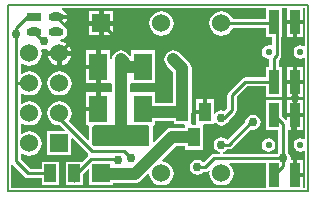
<source format=gtl>
G04 Layer_Physical_Order=1*
G04 Layer_Color=255*
%FSLAX25Y25*%
%MOIN*%
G70*
G01*
G75*
%ADD10R,0.06000X0.09000*%
%ADD11R,0.03937X0.06299*%
%ADD12O,0.05000X0.03000*%
%ADD13R,0.05000X0.03000*%
%ADD14R,0.03200X0.08000*%
%ADD15R,0.03937X0.05906*%
%ADD16C,0.01000*%
%ADD17C,0.04000*%
%ADD18C,0.00600*%
%ADD19R,0.06000X0.06000*%
%ADD20C,0.06000*%
%ADD21R,0.06000X0.06000*%
%ADD22C,0.02200*%
%ADD23C,0.03000*%
G36*
X47000Y21500D02*
Y15500D01*
X46500Y15000D01*
X28500D01*
X28000Y15500D01*
Y21500D01*
X28500Y22000D01*
X46500D01*
X47000Y21500D01*
D02*
G37*
G36*
X55032Y22350D02*
X58373D01*
X58832Y22250D01*
Y21126D01*
X54464D01*
X54464Y21126D01*
X53681Y21023D01*
X52951Y20720D01*
X52324Y20240D01*
X48482Y16397D01*
X48020Y16588D01*
Y21500D01*
X48424Y22000D01*
X49000D01*
Y23474D01*
X55032D01*
Y22350D01*
D02*
G37*
G36*
X99000Y48671D02*
X98500Y48404D01*
X98178Y48619D01*
X97300Y48794D01*
X96422Y48619D01*
X95678Y48122D01*
X95181Y47378D01*
X95006Y46500D01*
X95181Y45622D01*
X95678Y44878D01*
X96422Y44381D01*
X97300Y44206D01*
X98178Y44381D01*
X98500Y44596D01*
X99000Y44328D01*
Y17672D01*
X98500Y17404D01*
X98178Y17619D01*
X97300Y17794D01*
X96422Y17619D01*
X95678Y17122D01*
X95181Y16378D01*
X95006Y15500D01*
X95181Y14622D01*
X95678Y13878D01*
X96422Y13381D01*
X97300Y13206D01*
X98178Y13381D01*
X98500Y13596D01*
X99000Y13329D01*
Y1000D01*
X98100D01*
Y4750D01*
X95500D01*
Y5500D01*
X94750D01*
Y10500D01*
X94344D01*
X94026Y10887D01*
X94049Y11000D01*
X93855Y11975D01*
X93302Y12802D01*
X93029Y12985D01*
Y20500D01*
X94750D01*
Y24750D01*
X92900D01*
Y23970D01*
X92400Y23763D01*
X91100Y25063D01*
Y30500D01*
X85900D01*
Y20500D01*
X89971D01*
Y12985D01*
X89698Y12802D01*
X89515Y12529D01*
X71443D01*
X71394Y13029D01*
X71975Y13145D01*
X72802Y13698D01*
X72985Y13971D01*
X73500D01*
X74085Y14087D01*
X74581Y14419D01*
X80761Y20598D01*
X81500Y20451D01*
X82476Y20645D01*
X83302Y21198D01*
X83855Y22025D01*
X84049Y23000D01*
X83855Y23976D01*
X83302Y24802D01*
X82476Y25355D01*
X81500Y25549D01*
X80524Y25355D01*
X79698Y24802D01*
X79145Y23976D01*
X78979Y23142D01*
X73109Y17272D01*
X72802Y17302D01*
X71975Y17855D01*
X71000Y18049D01*
X70025Y17855D01*
X69198Y17302D01*
X68645Y16476D01*
X68451Y15500D01*
X68645Y14525D01*
X69198Y13698D01*
X70025Y13145D01*
X70606Y13029D01*
X70557Y12529D01*
X68500D01*
X67915Y12413D01*
X67419Y12081D01*
X65109Y9772D01*
X64802Y9802D01*
X63976Y10355D01*
X63000Y10549D01*
X62024Y10355D01*
X61198Y9802D01*
X60645Y8975D01*
X60451Y8000D01*
X60645Y7025D01*
X61198Y6198D01*
X62024Y5645D01*
X63000Y5451D01*
X63976Y5645D01*
X64802Y6198D01*
X64985Y6471D01*
X65500D01*
X66085Y6587D01*
X66581Y6919D01*
X66582Y6919D01*
X67056Y6686D01*
X66966Y6000D01*
X67103Y4956D01*
X67506Y3983D01*
X68147Y3147D01*
X68983Y2506D01*
X69956Y2103D01*
X71000Y1966D01*
X72044Y2103D01*
X73017Y2506D01*
X73853Y3147D01*
X74494Y3983D01*
X74897Y4956D01*
X75034Y6000D01*
X74897Y7044D01*
X74494Y8017D01*
X73853Y8853D01*
X73665Y8997D01*
X73826Y9471D01*
X85900D01*
Y1000D01*
X1000D01*
Y8645D01*
X1182Y8764D01*
X1500Y8837D01*
X5418Y4919D01*
X5915Y4587D01*
X6500Y4471D01*
X11032D01*
Y2047D01*
X16969D01*
Y9953D01*
X11032D01*
Y7529D01*
X7134D01*
X4029Y10633D01*
Y12607D01*
X4529Y12854D01*
X4983Y12506D01*
X5956Y12103D01*
X7000Y11965D01*
X8044Y12103D01*
X9017Y12506D01*
X9853Y13147D01*
X10494Y13983D01*
X10897Y14956D01*
X11034Y16000D01*
X10897Y17044D01*
X10494Y18017D01*
X9853Y18853D01*
X9017Y19494D01*
X8044Y19897D01*
X7000Y20034D01*
X5956Y19897D01*
X4983Y19494D01*
X4529Y19146D01*
X4029Y19393D01*
Y22607D01*
X4529Y22854D01*
X4983Y22506D01*
X5956Y22103D01*
X7000Y21966D01*
X8044Y22103D01*
X9017Y22506D01*
X9853Y23147D01*
X10494Y23983D01*
X10897Y24956D01*
X11034Y26000D01*
X10897Y27044D01*
X10494Y28017D01*
X9853Y28853D01*
X9017Y29494D01*
X8044Y29897D01*
X7000Y30035D01*
X5956Y29897D01*
X4983Y29494D01*
X4529Y29146D01*
X4029Y29393D01*
Y32607D01*
X4529Y32854D01*
X4983Y32506D01*
X5956Y32103D01*
X7000Y31966D01*
X8044Y32103D01*
X9017Y32506D01*
X9853Y33147D01*
X10494Y33983D01*
X10897Y34956D01*
X11034Y36000D01*
X10897Y37044D01*
X10494Y38017D01*
X9853Y38853D01*
X9017Y39494D01*
X8044Y39897D01*
X7000Y40034D01*
X5956Y39897D01*
X4983Y39494D01*
X4529Y39146D01*
X4029Y39393D01*
Y42607D01*
X4529Y42854D01*
X4983Y42506D01*
X5956Y42103D01*
X7000Y41965D01*
X8044Y42103D01*
X9017Y42506D01*
X9853Y43147D01*
X10494Y43983D01*
X10897Y44956D01*
X11034Y46000D01*
X10897Y47044D01*
X10822Y47225D01*
X11204Y47609D01*
X12000Y47451D01*
X12796Y47609D01*
X13178Y47225D01*
X13103Y47044D01*
X13064Y46750D01*
X17000D01*
X20936D01*
X20897Y47044D01*
X20494Y48017D01*
X19853Y48853D01*
X19017Y49494D01*
X18044Y49897D01*
X17282Y49997D01*
X17266Y50504D01*
X17976Y50645D01*
X18802Y51198D01*
X19355Y52025D01*
X19549Y53000D01*
X19355Y53975D01*
X18802Y54802D01*
X18099Y55272D01*
X18069Y55389D01*
Y55711D01*
X18099Y55828D01*
X18802Y56298D01*
X19355Y57125D01*
X19400Y57350D01*
X16000D01*
Y58850D01*
X19400D01*
X19355Y59075D01*
X18802Y59902D01*
X17976Y60455D01*
X17749Y60500D01*
X17798Y61000D01*
X85900D01*
Y57529D01*
X74696D01*
X74494Y58017D01*
X73853Y58853D01*
X73017Y59494D01*
X72044Y59897D01*
X71000Y60035D01*
X69956Y59897D01*
X68983Y59494D01*
X68147Y58853D01*
X67506Y58017D01*
X67103Y57044D01*
X66966Y56000D01*
X67103Y54956D01*
X67506Y53983D01*
X68147Y53147D01*
X68983Y52506D01*
X69956Y52103D01*
X71000Y51965D01*
X72044Y52103D01*
X73017Y52506D01*
X73853Y53147D01*
X74494Y53983D01*
X74696Y54471D01*
X85900D01*
Y51500D01*
X87921D01*
Y48946D01*
X87421Y48651D01*
X86700Y48794D01*
X85822Y48619D01*
X85078Y48122D01*
X84581Y47378D01*
X84406Y46500D01*
X84581Y45622D01*
X85078Y44878D01*
X85822Y44381D01*
X86700Y44206D01*
X86971Y43984D01*
Y41500D01*
X85900D01*
Y38029D01*
X79000D01*
X78415Y37913D01*
X77919Y37581D01*
X73419Y33081D01*
X73087Y32585D01*
X72971Y32000D01*
Y27634D01*
X72105Y26768D01*
X71975Y26855D01*
X71000Y27049D01*
X70025Y26855D01*
X69198Y26302D01*
X68968Y25960D01*
X68468Y26111D01*
Y30650D01*
X66250D01*
Y26500D01*
X65500D01*
Y25750D01*
X62532D01*
Y22750D01*
X62532Y22350D01*
X62073Y22250D01*
X61427D01*
X60969Y22350D01*
Y26064D01*
X61026Y26500D01*
Y41000D01*
X60923Y41783D01*
X60620Y42513D01*
X60140Y43140D01*
X57140Y46140D01*
X56513Y46621D01*
X55783Y46923D01*
X55000Y47026D01*
X54217Y46923D01*
X53487Y46621D01*
X52860Y46140D01*
X52380Y45513D01*
X52077Y44783D01*
X51974Y44000D01*
X52077Y43217D01*
X52380Y42487D01*
X52860Y41860D01*
X54974Y39747D01*
Y29526D01*
X49000D01*
Y33000D01*
X41000D01*
Y33000D01*
X40526Y33062D01*
Y35938D01*
X41000Y36000D01*
Y36000D01*
X49000D01*
Y47000D01*
X41000D01*
Y45432D01*
X40538Y45241D01*
X39640Y46140D01*
X39013Y46621D01*
X38283Y46923D01*
X37500Y47026D01*
X36717Y46923D01*
X35987Y46621D01*
X35360Y46140D01*
X34879Y45513D01*
X34577Y44783D01*
X34500Y44197D01*
X34000Y44229D01*
Y47000D01*
X30750D01*
Y41500D01*
Y36000D01*
X33974D01*
X34000Y36000D01*
X34474Y35938D01*
Y33062D01*
X34000Y33000D01*
Y33000D01*
X30750D01*
Y27500D01*
X30000D01*
Y26750D01*
X26000D01*
Y22000D01*
X26576D01*
X26980Y21500D01*
Y17214D01*
X26518Y17023D01*
X20088Y23454D01*
X20494Y23983D01*
X20897Y24956D01*
X21035Y26000D01*
X20897Y27044D01*
X20494Y28017D01*
X19853Y28853D01*
X19017Y29494D01*
X18044Y29897D01*
X17000Y30035D01*
X15956Y29897D01*
X14983Y29494D01*
X14147Y28853D01*
X13506Y28017D01*
X13103Y27044D01*
X12966Y26000D01*
X13103Y24956D01*
X13506Y23983D01*
X14147Y23147D01*
X14983Y22506D01*
X15956Y22103D01*
X17000Y21966D01*
X17221Y21995D01*
X18754Y20462D01*
X18563Y20000D01*
X13000D01*
Y12000D01*
X21000D01*
Y17562D01*
X21462Y17754D01*
X26679Y12537D01*
X26615Y11893D01*
X26597Y11881D01*
X24668Y9953D01*
X19031D01*
Y2047D01*
X24969D01*
Y5927D01*
X26538Y7497D01*
X27000Y7305D01*
Y2000D01*
X35000D01*
Y2774D01*
X42164D01*
X42947Y2877D01*
X43677Y3179D01*
X44304Y3660D01*
X46482Y5839D01*
X47010Y5660D01*
X47103Y4956D01*
X47506Y3983D01*
X48147Y3147D01*
X48983Y2506D01*
X49956Y2103D01*
X51000Y1966D01*
X52044Y2103D01*
X53017Y2506D01*
X53853Y3147D01*
X54494Y3983D01*
X54897Y4956D01*
X55035Y6000D01*
X54897Y7044D01*
X54494Y8017D01*
X53853Y8853D01*
X53017Y9494D01*
X52044Y9897D01*
X51340Y9990D01*
X51161Y10518D01*
X55717Y15074D01*
X58832D01*
Y13950D01*
X64768D01*
Y17664D01*
X64826Y18100D01*
X64768Y18536D01*
X64768Y22250D01*
X65227Y22350D01*
X68468D01*
Y22889D01*
X68968Y23041D01*
X69198Y22698D01*
X70025Y22145D01*
X71000Y21951D01*
X71975Y22145D01*
X72802Y22698D01*
X73355Y23525D01*
X73397Y23734D01*
X75581Y25919D01*
X75913Y26415D01*
X76029Y27000D01*
Y31367D01*
X79633Y34971D01*
X85900D01*
Y31500D01*
X91100D01*
Y41500D01*
X90029D01*
Y43777D01*
X90531Y44280D01*
X90863Y44776D01*
X90979Y45361D01*
Y51500D01*
X91100D01*
Y61000D01*
X92900D01*
Y57250D01*
X95500D01*
X98100D01*
Y61000D01*
X99000D01*
Y48671D01*
D02*
G37*
%LPC*%
G36*
X29250Y33000D02*
X26000D01*
Y28250D01*
X29250D01*
Y33000D01*
D02*
G37*
G36*
X64750Y30650D02*
X62532D01*
Y27250D01*
X64750D01*
Y30650D01*
D02*
G37*
G36*
X98100Y35750D02*
X96250D01*
Y31500D01*
X98100D01*
Y35750D01*
D02*
G37*
G36*
X17000Y40034D02*
X15956Y39897D01*
X14983Y39494D01*
X14147Y38853D01*
X13506Y38017D01*
X13103Y37044D01*
X12966Y36000D01*
X13103Y34956D01*
X13506Y33983D01*
X14147Y33147D01*
X14983Y32506D01*
X15956Y32103D01*
X17000Y31966D01*
X18044Y32103D01*
X19017Y32506D01*
X19853Y33147D01*
X20494Y33983D01*
X20897Y34956D01*
X21035Y36000D01*
X20897Y37044D01*
X20494Y38017D01*
X19853Y38853D01*
X19017Y39494D01*
X18044Y39897D01*
X17000Y40034D01*
D02*
G37*
G36*
X94750Y35750D02*
X92900D01*
Y31500D01*
X94750D01*
Y35750D01*
D02*
G37*
G36*
X86700Y17794D02*
X85822Y17619D01*
X85078Y17122D01*
X84581Y16378D01*
X84406Y15500D01*
X84581Y14622D01*
X85078Y13878D01*
X85822Y13381D01*
X86700Y13206D01*
X87578Y13381D01*
X88322Y13878D01*
X88819Y14622D01*
X88994Y15500D01*
X88819Y16378D01*
X88322Y17122D01*
X87578Y17619D01*
X86700Y17794D01*
D02*
G37*
G36*
X98100Y10500D02*
X96250D01*
Y6250D01*
X98100D01*
Y10500D01*
D02*
G37*
G36*
Y24750D02*
X96250D01*
Y20500D01*
X98100D01*
Y24750D01*
D02*
G37*
G36*
Y30500D02*
X96250D01*
Y26250D01*
X98100D01*
Y30500D01*
D02*
G37*
G36*
X94750D02*
X92900D01*
Y26250D01*
X94750D01*
Y30500D01*
D02*
G37*
G36*
X29250Y40750D02*
X26000D01*
Y36000D01*
X29250D01*
Y40750D01*
D02*
G37*
G36*
X30250Y55250D02*
X27000D01*
Y52000D01*
X30250D01*
Y55250D01*
D02*
G37*
G36*
X51000Y60035D02*
X49956Y59897D01*
X48983Y59494D01*
X48147Y58853D01*
X47506Y58017D01*
X47103Y57044D01*
X46966Y56000D01*
X47103Y54956D01*
X47506Y53983D01*
X48147Y53147D01*
X48983Y52506D01*
X49956Y52103D01*
X51000Y51965D01*
X52044Y52103D01*
X53017Y52506D01*
X53853Y53147D01*
X54494Y53983D01*
X54897Y54956D01*
X55035Y56000D01*
X54897Y57044D01*
X54494Y58017D01*
X53853Y58853D01*
X53017Y59494D01*
X52044Y59897D01*
X51000Y60035D01*
D02*
G37*
G36*
X98100Y55750D02*
X96250D01*
Y51500D01*
X98100D01*
Y55750D01*
D02*
G37*
G36*
X35000Y60000D02*
X31750D01*
Y56750D01*
X35000D01*
Y60000D01*
D02*
G37*
G36*
X30250D02*
X27000D01*
Y56750D01*
X30250D01*
Y60000D01*
D02*
G37*
G36*
X35000Y55250D02*
X31750D01*
Y52000D01*
X35000D01*
Y55250D01*
D02*
G37*
G36*
X16250Y45250D02*
X13064D01*
X13103Y44956D01*
X13506Y43983D01*
X14147Y43147D01*
X14983Y42506D01*
X15956Y42103D01*
X16250Y42064D01*
Y45250D01*
D02*
G37*
G36*
X98100Y41500D02*
X96250D01*
Y37250D01*
X98100D01*
Y41500D01*
D02*
G37*
G36*
X94750D02*
X92900D01*
Y37250D01*
X94750D01*
Y41500D01*
D02*
G37*
G36*
Y55750D02*
X92900D01*
Y51500D01*
X94750D01*
Y55750D01*
D02*
G37*
G36*
X29250Y47000D02*
X26000D01*
Y42250D01*
X29250D01*
Y47000D01*
D02*
G37*
G36*
X20936Y45250D02*
X17750D01*
Y42064D01*
X18044Y42103D01*
X19017Y42506D01*
X19853Y43147D01*
X20494Y43983D01*
X20897Y44956D01*
X20936Y45250D01*
D02*
G37*
%LPD*%
D10*
X45000Y41500D02*
D03*
X30000D02*
D03*
Y27500D02*
D03*
X45000D02*
D03*
D11*
X58000Y26500D02*
D03*
X65500D02*
D03*
X61800Y18100D02*
D03*
D12*
X16000Y58100D02*
D03*
Y53000D02*
D03*
X8500D02*
D03*
D13*
Y58100D02*
D03*
D14*
X95500Y56500D02*
D03*
X88500D02*
D03*
X95500Y36500D02*
D03*
X88500D02*
D03*
X95500Y25500D02*
D03*
X88500D02*
D03*
X95500Y5500D02*
D03*
X88500D02*
D03*
D15*
X22000Y6000D02*
D03*
X14000D02*
D03*
D16*
X17000Y24379D02*
X27879Y13500D01*
X27679Y10800D02*
X36200D01*
X38500Y13500D02*
X41000Y11000D01*
X27879Y13500D02*
X38500D01*
X36200Y10800D02*
X36500Y10500D01*
X94550Y25500D02*
X95025Y25025D01*
X95300Y23500D02*
Y25500D01*
X94550Y14361D02*
Y25500D01*
X71000Y15500D02*
X73500D01*
X89450Y45361D02*
Y56500D01*
X71000Y24500D02*
X72000D01*
X74500Y27000D01*
X29000Y44500D02*
X29500D01*
X30000Y44000D01*
X95500Y31000D02*
Y36500D01*
Y25500D02*
Y31000D01*
X95300Y23500D02*
X95500Y23300D01*
Y25500D01*
Y5500D02*
Y13411D01*
X79000Y36500D02*
X88500D01*
X71000Y56000D02*
X88000D01*
X88500Y44411D02*
X89450Y45361D01*
X88000Y56000D02*
X88500Y56500D01*
X89450D01*
X91500Y11000D02*
Y22500D01*
X88500Y25500D02*
X91500Y22500D01*
X81000Y23000D02*
X81500D01*
X22879Y6000D02*
X27679Y10800D01*
X65500Y8000D02*
X68500Y11000D01*
X63000Y8000D02*
X65500D01*
X6100Y58100D02*
X8357D01*
X2500Y54500D02*
X6100Y58100D01*
X2500Y52500D02*
Y54500D01*
Y36000D02*
Y52500D01*
X68500Y11000D02*
X91500D01*
X88500Y36500D02*
Y44411D01*
X94550Y14361D02*
X95500Y13411D01*
X22000Y6000D02*
X22879D01*
X16000Y58100D02*
X16143D01*
X21000Y53243D01*
Y50000D02*
Y53243D01*
X8500Y53000D02*
X11500Y50000D01*
X12000D01*
X2500Y10000D02*
Y36000D01*
X7000D01*
X88500Y5500D02*
X91500Y8500D01*
Y11000D01*
X74500Y32000D02*
X79000Y36500D01*
X22000Y3600D02*
Y6000D01*
X2500Y10000D02*
X6500Y6000D01*
X14000D01*
X95500Y51050D02*
Y56500D01*
X94550Y45361D02*
Y50100D01*
X95500Y51050D01*
X94000Y44000D02*
X95500Y42500D01*
Y36500D02*
Y42500D01*
X73500Y15500D02*
X81000Y23000D01*
X74500Y27000D02*
Y32000D01*
X31000Y56000D02*
X37500Y49500D01*
X72500D02*
X82000Y40000D01*
X37500Y49500D02*
X72500D01*
X17000Y24379D02*
Y26000D01*
Y46000D02*
X21000Y50000D01*
D17*
X37500Y19795D02*
Y44000D01*
X40000Y41500D01*
X45000D01*
X54464Y18100D02*
X61800D01*
X45000Y27500D02*
X46000Y26500D01*
X58000D01*
Y41000D01*
X55000Y44000D02*
X58000Y41000D01*
X37500Y19795D02*
X37500Y19795D01*
X31000Y6000D02*
X31200Y5800D01*
X42164D01*
X54464Y18100D01*
D18*
X0Y0D02*
Y62000D01*
Y0D02*
X100000D01*
Y62000D01*
X99500D02*
X100000D01*
X0D02*
X99500D01*
D19*
X17000Y16000D02*
D03*
D20*
Y26000D02*
D03*
Y46000D02*
D03*
Y36000D02*
D03*
X7000D02*
D03*
Y46000D02*
D03*
Y26000D02*
D03*
Y16000D02*
D03*
X71000Y56000D02*
D03*
X51000D02*
D03*
X71000Y6000D02*
D03*
X51000D02*
D03*
D21*
X31000Y56000D02*
D03*
Y6000D02*
D03*
D22*
X97300Y46500D02*
D03*
X86700D02*
D03*
X97300Y15500D02*
D03*
X86700D02*
D03*
D23*
X36500Y10500D02*
D03*
X71000Y15500D02*
D03*
Y24500D02*
D03*
X29000Y41500D02*
D03*
Y44500D02*
D03*
X95500Y31000D02*
D03*
X69000Y20000D02*
D03*
X82000Y5000D02*
D03*
X81500Y23000D02*
D03*
X63000Y8000D02*
D03*
X2500Y52500D02*
D03*
X12000Y50000D02*
D03*
X37500Y44000D02*
D03*
X91500Y11000D02*
D03*
X94000Y44000D02*
D03*
X82000Y40000D02*
D03*
X55000Y44000D02*
D03*
X70500Y45000D02*
D03*
X64000Y58000D02*
D03*
X37500Y19795D02*
D03*
X35500Y17000D02*
D03*
X41000Y20000D02*
D03*
X34000D02*
D03*
X39500Y17000D02*
D03*
X41000Y11000D02*
D03*
M02*

</source>
